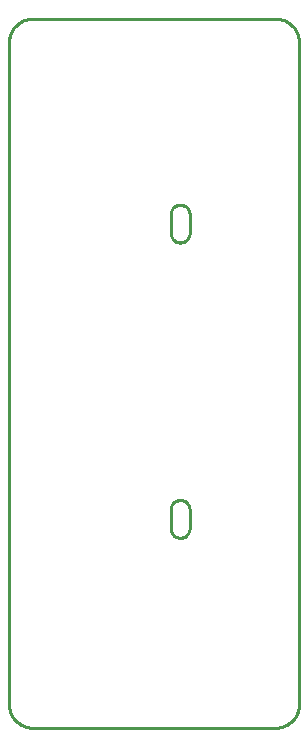
<source format=gko>
G04 EAGLE Gerber RS-274X export*
G75*
%MOMM*%
%FSLAX34Y34*%
%LPD*%
%IN*%
%IPPOS*%
%AMOC8*
5,1,8,0,0,1.08239X$1,22.5*%
G01*
%ADD10C,0.127000*%
%ADD11C,0.254000*%


D10*
X0Y20000D02*
X6Y19517D01*
X23Y19034D01*
X53Y18551D01*
X93Y18070D01*
X146Y17589D01*
X210Y17110D01*
X285Y16633D01*
X373Y16157D01*
X471Y15684D01*
X581Y15214D01*
X702Y14746D01*
X835Y14281D01*
X979Y13820D01*
X1134Y13362D01*
X1300Y12908D01*
X1477Y12458D01*
X1664Y12013D01*
X1863Y11572D01*
X2071Y11136D01*
X2291Y10706D01*
X2521Y10280D01*
X2761Y9861D01*
X3011Y9447D01*
X3271Y9040D01*
X3540Y8639D01*
X3820Y8244D01*
X4108Y7857D01*
X4407Y7476D01*
X4714Y7103D01*
X5030Y6738D01*
X5355Y6380D01*
X5688Y6030D01*
X6030Y5688D01*
X6380Y5355D01*
X6738Y5030D01*
X7103Y4714D01*
X7476Y4407D01*
X7857Y4108D01*
X8244Y3820D01*
X8639Y3540D01*
X9040Y3271D01*
X9447Y3011D01*
X9861Y2761D01*
X10280Y2521D01*
X10706Y2291D01*
X11136Y2071D01*
X11572Y1863D01*
X12013Y1664D01*
X12458Y1477D01*
X12908Y1300D01*
X13362Y1134D01*
X13820Y979D01*
X14281Y835D01*
X14746Y702D01*
X15214Y581D01*
X15684Y471D01*
X16157Y373D01*
X16633Y285D01*
X17110Y210D01*
X17589Y146D01*
X18070Y93D01*
X18551Y53D01*
X19034Y23D01*
X19517Y6D01*
X20000Y0D01*
X0Y20000D02*
X0Y580000D01*
X6Y580483D01*
X23Y580966D01*
X53Y581449D01*
X93Y581930D01*
X146Y582411D01*
X210Y582890D01*
X285Y583367D01*
X373Y583843D01*
X471Y584316D01*
X581Y584786D01*
X702Y585254D01*
X835Y585719D01*
X979Y586180D01*
X1134Y586638D01*
X1300Y587092D01*
X1477Y587542D01*
X1664Y587987D01*
X1863Y588428D01*
X2071Y588864D01*
X2291Y589294D01*
X2521Y589720D01*
X2761Y590139D01*
X3011Y590553D01*
X3271Y590960D01*
X3540Y591361D01*
X3820Y591756D01*
X4108Y592143D01*
X4407Y592524D01*
X4714Y592897D01*
X5030Y593262D01*
X5355Y593620D01*
X5688Y593970D01*
X6030Y594312D01*
X6380Y594645D01*
X6738Y594970D01*
X7103Y595286D01*
X7476Y595593D01*
X7857Y595892D01*
X8244Y596180D01*
X8639Y596460D01*
X9040Y596729D01*
X9447Y596989D01*
X9861Y597239D01*
X10280Y597479D01*
X10706Y597709D01*
X11136Y597929D01*
X11572Y598137D01*
X12013Y598336D01*
X12458Y598523D01*
X12908Y598700D01*
X13362Y598866D01*
X13820Y599021D01*
X14281Y599165D01*
X14746Y599298D01*
X15214Y599419D01*
X15684Y599529D01*
X16157Y599627D01*
X16633Y599715D01*
X17110Y599790D01*
X17589Y599854D01*
X18070Y599907D01*
X18551Y599947D01*
X19034Y599977D01*
X19517Y599994D01*
X20000Y600000D01*
X225800Y600000D01*
X226283Y599994D01*
X226766Y599977D01*
X227249Y599947D01*
X227730Y599907D01*
X228211Y599854D01*
X228690Y599790D01*
X229167Y599715D01*
X229643Y599627D01*
X230116Y599529D01*
X230586Y599419D01*
X231054Y599298D01*
X231519Y599165D01*
X231980Y599021D01*
X232438Y598866D01*
X232892Y598700D01*
X233342Y598523D01*
X233787Y598336D01*
X234228Y598137D01*
X234664Y597929D01*
X235094Y597709D01*
X235520Y597479D01*
X235939Y597239D01*
X236353Y596989D01*
X236760Y596729D01*
X237161Y596460D01*
X237556Y596180D01*
X237943Y595892D01*
X238324Y595593D01*
X238697Y595286D01*
X239062Y594970D01*
X239420Y594645D01*
X239770Y594312D01*
X240112Y593970D01*
X240445Y593620D01*
X240770Y593262D01*
X241086Y592897D01*
X241393Y592524D01*
X241692Y592143D01*
X241980Y591756D01*
X242260Y591361D01*
X242529Y590960D01*
X242789Y590553D01*
X243039Y590139D01*
X243279Y589720D01*
X243509Y589294D01*
X243729Y588864D01*
X243937Y588428D01*
X244136Y587987D01*
X244323Y587542D01*
X244500Y587092D01*
X244666Y586638D01*
X244821Y586180D01*
X244965Y585719D01*
X245098Y585254D01*
X245219Y584786D01*
X245329Y584316D01*
X245427Y583843D01*
X245515Y583367D01*
X245590Y582890D01*
X245654Y582411D01*
X245707Y581930D01*
X245747Y581449D01*
X245777Y580966D01*
X245794Y580483D01*
X245800Y580000D01*
X245800Y20000D01*
X245794Y19517D01*
X245777Y19034D01*
X245747Y18551D01*
X245707Y18070D01*
X245654Y17589D01*
X245590Y17110D01*
X245515Y16633D01*
X245427Y16157D01*
X245329Y15684D01*
X245219Y15214D01*
X245098Y14746D01*
X244965Y14281D01*
X244821Y13820D01*
X244666Y13362D01*
X244500Y12908D01*
X244323Y12458D01*
X244136Y12013D01*
X243937Y11572D01*
X243729Y11136D01*
X243509Y10706D01*
X243279Y10280D01*
X243039Y9861D01*
X242789Y9447D01*
X242529Y9040D01*
X242260Y8639D01*
X241980Y8244D01*
X241692Y7857D01*
X241393Y7476D01*
X241086Y7103D01*
X240770Y6738D01*
X240445Y6380D01*
X240112Y6030D01*
X239770Y5688D01*
X239420Y5355D01*
X239062Y5030D01*
X238697Y4714D01*
X238324Y4407D01*
X237943Y4108D01*
X237556Y3820D01*
X237161Y3540D01*
X236760Y3271D01*
X236353Y3011D01*
X235939Y2761D01*
X235520Y2521D01*
X235094Y2291D01*
X234664Y2071D01*
X234228Y1863D01*
X233787Y1664D01*
X233342Y1477D01*
X232892Y1300D01*
X232438Y1134D01*
X231980Y979D01*
X231519Y835D01*
X231054Y702D01*
X230586Y581D01*
X230116Y471D01*
X229643Y373D01*
X229167Y285D01*
X228690Y210D01*
X228211Y146D01*
X227730Y93D01*
X227249Y53D01*
X226766Y23D01*
X226283Y6D01*
X225800Y0D01*
X20000Y0D01*
D11*
X0Y20000D02*
X76Y18257D01*
X304Y16527D01*
X681Y14824D01*
X1206Y13160D01*
X1874Y11548D01*
X2680Y10000D01*
X3617Y8528D01*
X4679Y7144D01*
X5858Y5858D01*
X7144Y4679D01*
X8528Y3617D01*
X10000Y2680D01*
X11548Y1874D01*
X13160Y1206D01*
X14824Y681D01*
X16527Y304D01*
X18257Y76D01*
X20000Y0D01*
X225800Y0D01*
X227543Y76D01*
X229273Y304D01*
X230976Y681D01*
X232640Y1206D01*
X234252Y1874D01*
X235800Y2680D01*
X237272Y3617D01*
X238656Y4679D01*
X239942Y5858D01*
X241121Y7144D01*
X242183Y8528D01*
X243121Y10000D01*
X243926Y11548D01*
X244594Y13160D01*
X245119Y14824D01*
X245496Y16527D01*
X245724Y18257D01*
X245800Y20000D01*
X245800Y580000D01*
X245724Y581743D01*
X245496Y583473D01*
X245119Y585176D01*
X244594Y586840D01*
X243926Y588452D01*
X243121Y590000D01*
X242183Y591472D01*
X241121Y592856D01*
X239942Y594142D01*
X238656Y595321D01*
X237272Y596383D01*
X235800Y597321D01*
X234252Y598126D01*
X232640Y598794D01*
X230976Y599319D01*
X229273Y599696D01*
X227543Y599924D01*
X225800Y600000D01*
X20000Y600000D01*
X18257Y599924D01*
X16527Y599696D01*
X14824Y599319D01*
X13160Y598794D01*
X11548Y598126D01*
X10000Y597321D01*
X8528Y596383D01*
X7144Y595321D01*
X5858Y594142D01*
X4679Y592856D01*
X3617Y591472D01*
X2680Y590000D01*
X1874Y588452D01*
X1206Y586840D01*
X681Y585176D01*
X304Y583473D01*
X76Y581743D01*
X0Y580000D01*
X0Y20000D01*
X137000Y168800D02*
X137030Y168103D01*
X137122Y167411D01*
X137273Y166729D01*
X137482Y166064D01*
X137750Y165419D01*
X138072Y164800D01*
X138447Y164211D01*
X138872Y163658D01*
X139343Y163143D01*
X139858Y162672D01*
X140411Y162247D01*
X141000Y161872D01*
X141619Y161550D01*
X142264Y161282D01*
X142929Y161073D01*
X143611Y160922D01*
X144303Y160830D01*
X145000Y160800D01*
X145697Y160830D01*
X146389Y160922D01*
X147071Y161073D01*
X147736Y161282D01*
X148381Y161550D01*
X149000Y161872D01*
X149589Y162247D01*
X150142Y162672D01*
X150657Y163143D01*
X151128Y163658D01*
X151553Y164211D01*
X151928Y164800D01*
X152250Y165419D01*
X152518Y166064D01*
X152727Y166729D01*
X152878Y167411D01*
X152970Y168103D01*
X153000Y168800D01*
X153000Y184800D01*
X152970Y185497D01*
X152878Y186189D01*
X152727Y186871D01*
X152518Y187536D01*
X152250Y188181D01*
X151928Y188800D01*
X151553Y189389D01*
X151128Y189942D01*
X150657Y190457D01*
X150142Y190928D01*
X149589Y191353D01*
X149000Y191728D01*
X148381Y192050D01*
X147736Y192318D01*
X147071Y192527D01*
X146389Y192678D01*
X145697Y192770D01*
X145000Y192800D01*
X144303Y192770D01*
X143611Y192678D01*
X142929Y192527D01*
X142264Y192318D01*
X141619Y192050D01*
X141000Y191728D01*
X140411Y191353D01*
X139858Y190928D01*
X139343Y190457D01*
X138872Y189942D01*
X138447Y189389D01*
X138072Y188800D01*
X137750Y188181D01*
X137482Y187536D01*
X137273Y186871D01*
X137122Y186189D01*
X137030Y185497D01*
X137000Y184800D01*
X137000Y168800D01*
X137000Y418800D02*
X137030Y418103D01*
X137122Y417411D01*
X137273Y416729D01*
X137482Y416064D01*
X137750Y415419D01*
X138072Y414800D01*
X138447Y414211D01*
X138872Y413658D01*
X139343Y413143D01*
X139858Y412672D01*
X140411Y412247D01*
X141000Y411872D01*
X141619Y411550D01*
X142264Y411282D01*
X142929Y411073D01*
X143611Y410922D01*
X144303Y410830D01*
X145000Y410800D01*
X145697Y410830D01*
X146389Y410922D01*
X147071Y411073D01*
X147736Y411282D01*
X148381Y411550D01*
X149000Y411872D01*
X149589Y412247D01*
X150142Y412672D01*
X150657Y413143D01*
X151128Y413658D01*
X151553Y414211D01*
X151928Y414800D01*
X152250Y415419D01*
X152518Y416064D01*
X152727Y416729D01*
X152878Y417411D01*
X152970Y418103D01*
X153000Y418800D01*
X153000Y434800D01*
X152970Y435497D01*
X152878Y436189D01*
X152727Y436871D01*
X152518Y437536D01*
X152250Y438181D01*
X151928Y438800D01*
X151553Y439389D01*
X151128Y439942D01*
X150657Y440457D01*
X150142Y440928D01*
X149589Y441353D01*
X149000Y441728D01*
X148381Y442050D01*
X147736Y442318D01*
X147071Y442527D01*
X146389Y442678D01*
X145697Y442770D01*
X145000Y442800D01*
X144303Y442770D01*
X143611Y442678D01*
X142929Y442527D01*
X142264Y442318D01*
X141619Y442050D01*
X141000Y441728D01*
X140411Y441353D01*
X139858Y440928D01*
X139343Y440457D01*
X138872Y439942D01*
X138447Y439389D01*
X138072Y438800D01*
X137750Y438181D01*
X137482Y437536D01*
X137273Y436871D01*
X137122Y436189D01*
X137030Y435497D01*
X137000Y434800D01*
X137000Y418800D01*
M02*

</source>
